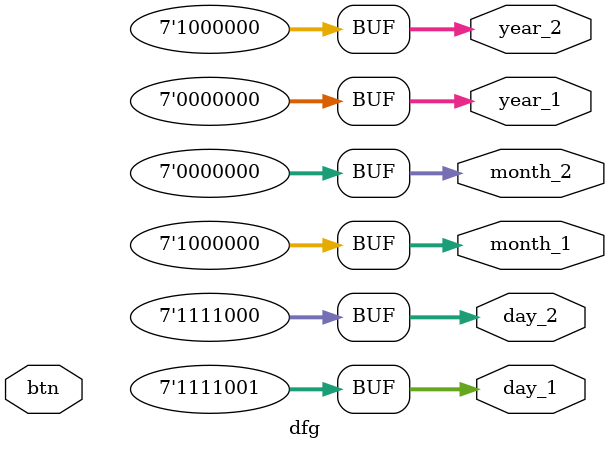
<source format=v>
module dfg(
btn,          
year_1, 
year_2, 
month_1,
month_2,
day_1,  
day_2  
);

input  btn /* synthesis altera_chip_pin_lc="W15"                                altera_attribute = "-name IO_STANDARD \"3.3-V LVTTL\" " */;
output [6:0] year_1 /* synthesis altera_chip_pin_lc="AA25,AA26,AB26,AB27,Y27,AA28,V25" altera_attribute = "-name IO_STANDARD \"3.3-V LVTTL\" " */;
output [6:0] year_2 /* synthesis altera_chip_pin_lc="W25,V23,W24,W22,Y24,Y23,AA24"  altera_attribute = "-name IO_STANDARD \"3.3-V LVTTL\" " */;
output [6:0] month_1/* synthesis altera_chip_pin_lc="AB22,AB25,AB28,AC25,AD25,AC27,AD26" altera_attribute = "-name IO_STANDARD \"3.3-V LVTTL\" " */;
output [6:0] month_2/* synthesis altera_chip_pin_lc="AC30,AC29,AD30,AC28,AD29,AE29,AB23" altera_attribute = "-name IO_STANDARD \"3.3-V LVTTL\" " */;
output [6:0] day_1  /* synthesis altera_chip_pin_lc="AD27,AF30,AF29,AG30,AH30,AH29,AJ29" altera_attribute = "-name IO_STANDARD \"3.3-V LVTTL\" " */;
output [6:0] day_2  /* synthesis altera_chip_pin_lc="AH28,AG28,AF28,AG27,AE28,AE27,AE26" altera_attribute = "-name IO_STANDARD \"3.3-V LVTTL\" " */;

assign year_1  = 7'b0000000;
assign year_2  = 7'b1000000;
assign month_1 = 7'b1000000;
assign month_2 = 7'b0000000;
assign day_1   = 7'b1111001;
assign day_2   = 7'b1111000;


endmodule
</source>
